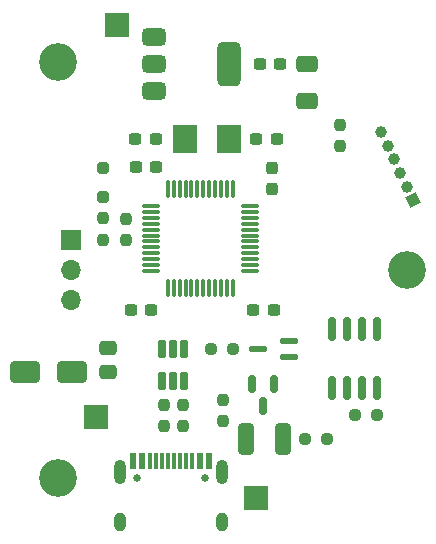
<source format=gbr>
%TF.GenerationSoftware,KiCad,Pcbnew,8.0.6*%
%TF.CreationDate,2024-12-26T12:17:48+03:00*%
%TF.ProjectId,Hall,48616c6c-2e6b-4696-9361-645f70636258,rev?*%
%TF.SameCoordinates,Original*%
%TF.FileFunction,Soldermask,Top*%
%TF.FilePolarity,Negative*%
%FSLAX46Y46*%
G04 Gerber Fmt 4.6, Leading zero omitted, Abs format (unit mm)*
G04 Created by KiCad (PCBNEW 8.0.6) date 2024-12-26 12:17:48*
%MOMM*%
%LPD*%
G01*
G04 APERTURE LIST*
G04 Aperture macros list*
%AMRoundRect*
0 Rectangle with rounded corners*
0 $1 Rounding radius*
0 $2 $3 $4 $5 $6 $7 $8 $9 X,Y pos of 4 corners*
0 Add a 4 corners polygon primitive as box body*
4,1,4,$2,$3,$4,$5,$6,$7,$8,$9,$2,$3,0*
0 Add four circle primitives for the rounded corners*
1,1,$1+$1,$2,$3*
1,1,$1+$1,$4,$5*
1,1,$1+$1,$6,$7*
1,1,$1+$1,$8,$9*
0 Add four rect primitives between the rounded corners*
20,1,$1+$1,$2,$3,$4,$5,0*
20,1,$1+$1,$4,$5,$6,$7,0*
20,1,$1+$1,$6,$7,$8,$9,0*
20,1,$1+$1,$8,$9,$2,$3,0*%
%AMHorizOval*
0 Thick line with rounded ends*
0 $1 width*
0 $2 $3 position (X,Y) of the first rounded end (center of the circle)*
0 $4 $5 position (X,Y) of the second rounded end (center of the circle)*
0 Add line between two ends*
20,1,$1,$2,$3,$4,$5,0*
0 Add two circle primitives to create the rounded ends*
1,1,$1,$2,$3*
1,1,$1,$4,$5*%
%AMRotRect*
0 Rectangle, with rotation*
0 The origin of the aperture is its center*
0 $1 length*
0 $2 width*
0 $3 Rotation angle, in degrees counterclockwise*
0 Add horizontal line*
21,1,$1,$2,0,0,$3*%
G04 Aperture macros list end*
%ADD10RoundRect,0.237500X-0.237500X0.250000X-0.237500X-0.250000X0.237500X-0.250000X0.237500X0.250000X0*%
%ADD11RoundRect,0.237500X0.237500X-0.250000X0.237500X0.250000X-0.237500X0.250000X-0.237500X-0.250000X0*%
%ADD12RoundRect,0.250000X-0.250000X0.250000X-0.250000X-0.250000X0.250000X-0.250000X0.250000X0.250000X0*%
%ADD13C,0.650000*%
%ADD14R,0.600000X1.450000*%
%ADD15R,0.300000X1.450000*%
%ADD16O,1.000000X2.100000*%
%ADD17O,1.000000X1.600000*%
%ADD18C,3.200000*%
%ADD19RoundRect,0.150000X-0.150000X0.587500X-0.150000X-0.587500X0.150000X-0.587500X0.150000X0.587500X0*%
%ADD20R,1.700000X1.700000*%
%ADD21O,1.700000X1.700000*%
%ADD22RoundRect,0.250001X-0.799999X-0.799999X0.799999X-0.799999X0.799999X0.799999X-0.799999X0.799999X0*%
%ADD23RoundRect,0.237500X-0.300000X-0.237500X0.300000X-0.237500X0.300000X0.237500X-0.300000X0.237500X0*%
%ADD24RoundRect,0.162500X0.162500X-0.617500X0.162500X0.617500X-0.162500X0.617500X-0.162500X-0.617500X0*%
%ADD25RoundRect,0.237500X0.300000X0.237500X-0.300000X0.237500X-0.300000X-0.237500X0.300000X-0.237500X0*%
%ADD26RoundRect,0.112500X0.637500X-0.112500X0.637500X0.112500X-0.637500X0.112500X-0.637500X-0.112500X0*%
%ADD27RoundRect,0.237500X-0.237500X0.300000X-0.237500X-0.300000X0.237500X-0.300000X0.237500X0.300000X0*%
%ADD28RoundRect,0.237500X-0.250000X-0.237500X0.250000X-0.237500X0.250000X0.237500X-0.250000X0.237500X0*%
%ADD29RoundRect,0.250000X0.475000X-0.337500X0.475000X0.337500X-0.475000X0.337500X-0.475000X-0.337500X0*%
%ADD30RoundRect,0.375000X-0.625000X-0.375000X0.625000X-0.375000X0.625000X0.375000X-0.625000X0.375000X0*%
%ADD31RoundRect,0.500000X-0.500000X-1.400000X0.500000X-1.400000X0.500000X1.400000X-0.500000X1.400000X0*%
%ADD32RoundRect,0.250000X1.000000X0.650000X-1.000000X0.650000X-1.000000X-0.650000X1.000000X-0.650000X0*%
%ADD33RoundRect,0.250000X0.650000X-0.412500X0.650000X0.412500X-0.650000X0.412500X-0.650000X-0.412500X0*%
%ADD34R,2.000000X2.400000*%
%ADD35RoundRect,0.250000X0.400000X1.075000X-0.400000X1.075000X-0.400000X-1.075000X0.400000X-1.075000X0*%
%ADD36RoundRect,0.075000X-0.075000X0.662500X-0.075000X-0.662500X0.075000X-0.662500X0.075000X0.662500X0*%
%ADD37RoundRect,0.075000X-0.662500X0.075000X-0.662500X-0.075000X0.662500X-0.075000X0.662500X0.075000X0*%
%ADD38RoundRect,0.150000X-0.150000X0.825000X-0.150000X-0.825000X0.150000X-0.825000X0.150000X0.825000X0*%
%ADD39RotRect,1.000000X1.000000X25.000000*%
%ADD40HorizOval,1.000000X0.000000X0.000000X0.000000X0.000000X0*%
G04 APERTURE END LIST*
D10*
%TO.C,R3*%
X66167000Y-44704000D03*
X66167000Y-46529000D03*
%TD*%
D11*
%TO.C,R2*%
X64262000Y-46505500D03*
X64262000Y-44680500D03*
%TD*%
D12*
%TO.C,D1*%
X64262000Y-40386000D03*
X64262000Y-42886000D03*
%TD*%
D13*
%TO.C,J6*%
X67110000Y-66695000D03*
X72890000Y-66695000D03*
D14*
X66750000Y-65250000D03*
X67550000Y-65250000D03*
D15*
X68750000Y-65250000D03*
X69750000Y-65250000D03*
X70250000Y-65250000D03*
X71250000Y-65250000D03*
D14*
X72450000Y-65250000D03*
X73250000Y-65250000D03*
X73250000Y-65250000D03*
X72450000Y-65250000D03*
D15*
X71750000Y-65250000D03*
X70750000Y-65250000D03*
X69250000Y-65250000D03*
X68250000Y-65250000D03*
D14*
X67550000Y-65250000D03*
X66750000Y-65250000D03*
D16*
X65680000Y-66165000D03*
D17*
X65680000Y-70345000D03*
D16*
X74320000Y-66165000D03*
D17*
X74320000Y-70345000D03*
%TD*%
D18*
%TO.C,H3*%
X60444919Y-66632809D03*
%TD*%
D19*
%TO.C,D2*%
X78740000Y-58724800D03*
X76840000Y-58724800D03*
X77790000Y-60599800D03*
%TD*%
D20*
%TO.C,J3*%
X61500000Y-46500000D03*
D21*
X61500000Y-49040000D03*
X61500000Y-51580000D03*
%TD*%
D22*
%TO.C,J4*%
X77216000Y-68376800D03*
%TD*%
D23*
%TO.C,C7*%
X77523000Y-31623000D03*
X79248000Y-31623000D03*
%TD*%
D22*
%TO.C,J5*%
X65405000Y-28321000D03*
%TD*%
D24*
%TO.C,U3*%
X69220000Y-58453000D03*
X70170000Y-58453000D03*
X71120000Y-58453000D03*
X71120000Y-55753000D03*
X70170000Y-55753000D03*
X69220000Y-55753000D03*
%TD*%
D25*
%TO.C,C8*%
X68323800Y-52425600D03*
X66598800Y-52425600D03*
%TD*%
D26*
%TO.C,Q1*%
X80019200Y-56377600D03*
X80019200Y-55077600D03*
X77359200Y-55727600D03*
%TD*%
D25*
%TO.C,C2*%
X68707000Y-37973000D03*
X66982000Y-37973000D03*
%TD*%
D27*
%TO.C,C5*%
X78587600Y-40439000D03*
X78587600Y-42164000D03*
%TD*%
D28*
%TO.C,R6*%
X73407900Y-55727600D03*
X75232900Y-55727600D03*
%TD*%
D29*
%TO.C,C3*%
X64643000Y-57701000D03*
X64643000Y-55626000D03*
%TD*%
D22*
%TO.C,J2*%
X63627000Y-61468000D03*
%TD*%
D30*
%TO.C,U2*%
X68605000Y-29323000D03*
X68605000Y-31623000D03*
D31*
X74905000Y-31623000D03*
D30*
X68605000Y-33923000D03*
%TD*%
D32*
%TO.C,D3*%
X61658000Y-57658000D03*
X57658000Y-57658000D03*
%TD*%
D11*
%TO.C,R1*%
X84277200Y-38557200D03*
X84277200Y-36732200D03*
%TD*%
D28*
%TO.C,R8*%
X85599900Y-61341000D03*
X87424900Y-61341000D03*
%TD*%
D33*
%TO.C,C9*%
X81534000Y-34748000D03*
X81534000Y-31623000D03*
%TD*%
D11*
%TO.C,R5*%
X69392800Y-62280800D03*
X69392800Y-60455800D03*
%TD*%
D34*
%TO.C,Y1*%
X74875000Y-37973000D03*
X71175000Y-37973000D03*
%TD*%
D25*
%TO.C,C6*%
X78687000Y-52425600D03*
X76962000Y-52425600D03*
%TD*%
D23*
%TO.C,C1*%
X77216000Y-37973000D03*
X78941000Y-37973000D03*
%TD*%
D18*
%TO.C,H1*%
X60445087Y-31467095D03*
%TD*%
%TO.C,H2*%
X89976175Y-49050000D03*
%TD*%
D11*
%TO.C,R4*%
X71018400Y-62280800D03*
X71018400Y-60455800D03*
%TD*%
D28*
%TO.C,R9*%
X81385400Y-63347600D03*
X83210400Y-63347600D03*
%TD*%
D35*
%TO.C,R7*%
X79451200Y-63347600D03*
X76351200Y-63347600D03*
%TD*%
D36*
%TO.C,U1*%
X75241600Y-42217900D03*
X74741600Y-42217900D03*
X74241600Y-42217900D03*
X73741600Y-42217900D03*
X73241600Y-42217900D03*
X72741600Y-42217900D03*
X72241600Y-42217900D03*
X71741600Y-42217900D03*
X71241600Y-42217900D03*
X70741600Y-42217900D03*
X70241600Y-42217900D03*
X69741600Y-42217900D03*
D37*
X68329100Y-43630400D03*
X68329100Y-44130400D03*
X68329100Y-44630400D03*
X68329100Y-45130400D03*
X68329100Y-45630400D03*
X68329100Y-46130400D03*
X68329100Y-46630400D03*
X68329100Y-47130400D03*
X68329100Y-47630400D03*
X68329100Y-48130400D03*
X68329100Y-48630400D03*
X68329100Y-49130400D03*
D36*
X69741600Y-50542900D03*
X70241600Y-50542900D03*
X70741600Y-50542900D03*
X71241600Y-50542900D03*
X71741600Y-50542900D03*
X72241600Y-50542900D03*
X72741600Y-50542900D03*
X73241600Y-50542900D03*
X73741600Y-50542900D03*
X74241600Y-50542900D03*
X74741600Y-50542900D03*
X75241600Y-50542900D03*
D37*
X76654100Y-49130400D03*
X76654100Y-48630400D03*
X76654100Y-48130400D03*
X76654100Y-47630400D03*
X76654100Y-47130400D03*
X76654100Y-46630400D03*
X76654100Y-46130400D03*
X76654100Y-45630400D03*
X76654100Y-45130400D03*
X76654100Y-44630400D03*
X76654100Y-44130400D03*
X76654100Y-43630400D03*
%TD*%
D23*
%TO.C,C4*%
X67007400Y-40335200D03*
X68732400Y-40335200D03*
%TD*%
D11*
%TO.C,R10*%
X74371200Y-61870600D03*
X74371200Y-60045600D03*
%TD*%
D38*
%TO.C,U4*%
X87426800Y-54079600D03*
X86156800Y-54079600D03*
X84886800Y-54079600D03*
X83616800Y-54079600D03*
X83616800Y-59029600D03*
X84886800Y-59029600D03*
X86156800Y-59029600D03*
X87426800Y-59029600D03*
%TD*%
D39*
%TO.C,J1*%
X90510175Y-43127834D03*
D40*
X89973450Y-41976823D03*
X89436725Y-40825812D03*
X88900000Y-39674800D03*
X88363274Y-38523790D03*
X87826549Y-37372780D03*
%TD*%
M02*

</source>
